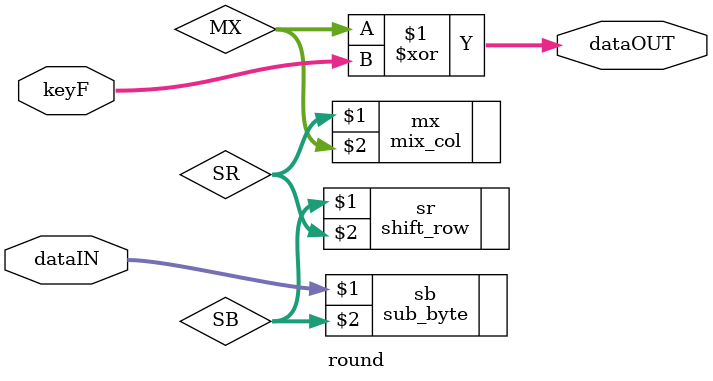
<source format=v>
module round(dataIN,dataOUT,keyF);

input [127:0]keyF;
input [127:0]dataIN;
output [127:0]dataOUT;

wire [127:0]SB;
wire [127:0]SR;
wire [127:0]MX;

//SubByte
sub_byte sb(dataIN,SB);

//shiftrow
shift_row sr(SB,SR);

//MixColumn
mix_col mx(SR,MX);


assign dataOUT[127:0]=MX[127:0] ^ keyF[127:0];

endmodule
</source>
